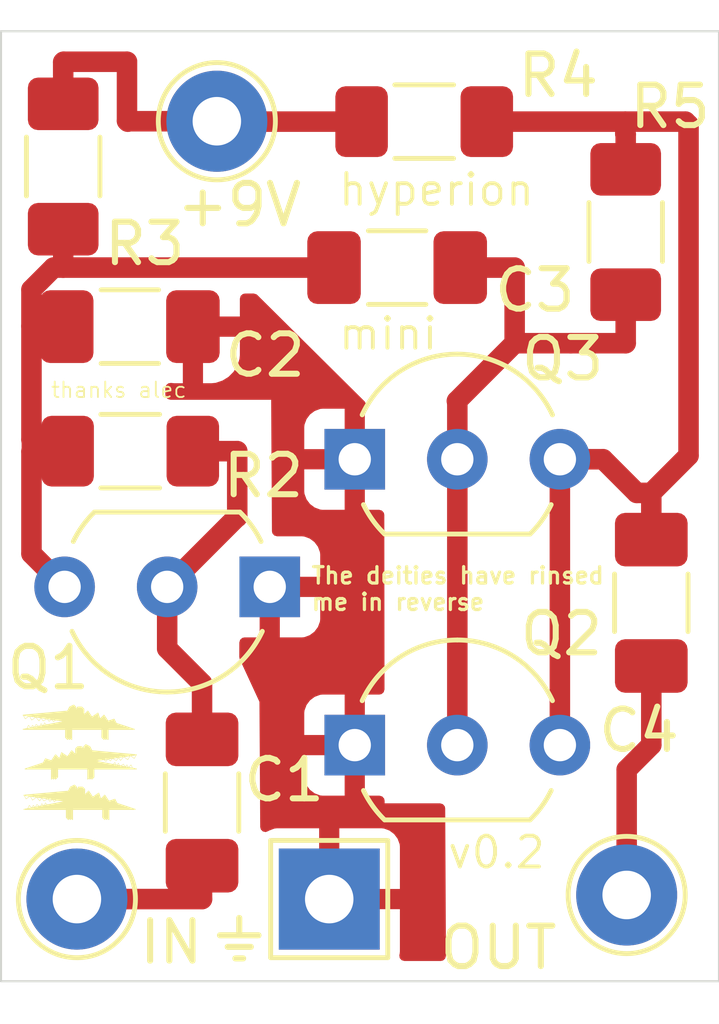
<source format=kicad_pcb>
(kicad_pcb (version 20240108) (generator "pcbnew") (generator_version "8.0")
  (layers (0 "F.Cu" signal) (31 "B.Cu" signal) (34 "B.Paste" user) (35 "F.Paste" user) (36 "B.SilkS" user "B.Silkscreen") (37 "F.SilkS" user "F.Silkscreen") (38 "B.Mask" user) (39 "F.Mask" user) (44 "Edge.Cuts" user))
  (net 0 "")
  (net 1 "Net-(C1-Pad1)")
  (net 2 "Net-(Q1-B)")
  (net 3 "Net-(Q1-C)")
  (net 4 "Net-(Q2-B)")
  (net 5 "Net-(Q2-C)")
  (net 6 "Net-(C4-Pad2)")
  (net 7 "Net-(R3-Pad2)")
  (net 8 "Earth")
  (footprint "Capacitor_SMD:C_1206_3216Metric_Pad1.33x1.80mm_HandSolder" (layer "F.Cu") (at 130.19 110.81)
    (property "Reference" "C2" (at 3.35 0.71 0) (layer "F.SilkS"))
    (property "Value" "100n")
    (fp_line (start -0.711252 -0.91) (end 0.711252 -0.91) (stroke (width 0.12)) (layer "F.SilkS"))
    (fp_line (start -0.711252 0.91) (end 0.711252 0.91) (stroke (width 0.12)) (layer "F.SilkS"))
    (pad "1" smd roundrect (at -1.5625 0) (size 1.325 1.8) (layers "F.Cu" "F.Paste" "F.Mask") (roundrect_rratio 0.188679) (net 3 "Net-(Q1-C)"))
    (pad "2" smd roundrect (at 1.5625 0) (size 1.325 1.8) (layers "F.Cu" "F.Paste" "F.Mask") (roundrect_rratio 0.188679) (net 8 "Earth"))
  )
  (footprint "Resistor_SMD:R_1206_3216Metric_Pad1.30x1.75mm_HandSolder" (layer "F.Cu") (at 142.47 108.47 -90)
    (property "Reference" "R5" (at -3.1 -1.1 180) (layer "F.SilkS"))
    (property "Value" "2.2M")
    (fp_line (start -0.727064 0.91) (end 0.727064 0.91) (stroke (width 0.12)) (layer "F.SilkS"))
    (fp_line (start -0.727064 -0.91) (end 0.727064 -0.91) (stroke (width 0.12)) (layer "F.SilkS"))
    (pad "1" smd roundrect (at -1.55 0 270) (size 1.3 1.75) (layers "F.Cu" "F.Paste" "F.Mask") (roundrect_rratio 0.192308) (net 5 "Net-(Q2-C)"))
    (pad "2" smd roundrect (at 1.55 0 270) (size 1.3 1.75) (layers "F.Cu" "F.Paste" "F.Mask") (roundrect_rratio 0.192308) (net 4 "Net-(Q2-B)"))
  )
  (footprint "Resistor_SMD:R_1206_3216Metric_Pad1.30x1.75mm_HandSolder" (layer "F.Cu") (at 130.2 113.89)
    (property "Reference" "R2" (at 3.3 0.61 360) (layer "F.SilkS"))
    (property "Value" "2.2M")
    (fp_line (start -0.727064 -0.91) (end 0.727064 -0.91) (stroke (width 0.12)) (layer "F.SilkS"))
    (fp_line (start -0.727064 0.91) (end 0.727064 0.91) (stroke (width 0.12)) (layer "F.SilkS"))
    (pad "1" smd roundrect (at -1.55 0) (size 1.3 1.75) (layers "F.Cu" "F.Paste" "F.Mask") (roundrect_rratio 0.192308) (net 3 "Net-(Q1-C)"))
    (pad "2" smd roundrect (at 1.55 0) (size 1.3 1.75) (layers "F.Cu" "F.Paste" "F.Mask") (roundrect_rratio 0.192308) (net 2 "Net-(Q1-B)"))
  )
  (footprint "Package_TO_SOT_THT:TO-92_Inline_Wide" (layer "F.Cu") (at 133.6548 117.2464 180)
    (property "Reference" "Q1" (at 5.4848 -2.0036 180) (layer "F.SilkS"))
    (property "Value" "NPN")
    (fp_line (start 0.74 1.85) (end 4.34 1.85) (stroke (width 0.12)) (layer "F.SilkS"))
    (fp_arc (start 4.864184 1.122795) (mid 4.633903 1.509328) (end 4.34 1.85) (stroke (width 0.12)) (layer "F.SilkS"))
    (fp_arc (start 2.54 -2.6) (mid 3.936979 -2.192818) (end 4.8964 -1.098807) (stroke (width 0.12)) (layer "F.SilkS"))
    (fp_arc (start 0.74 1.85) (mid 0.446097 1.509328) (end 0.215816 1.122795) (stroke (width 0.12)) (layer "F.SilkS"))
    (fp_arc (start 0.1836 -1.098807) (mid 1.143021 -2.192817) (end 2.54 -2.6) (stroke (width 0.12)) (layer "F.SilkS"))
    (pad "1" thru_hole rect (at 0 0 180) (size 1.5 1.5) (drill 0.8) (layers "*.Cu" "*.Mask") (net 8 "Earth"))
    (pad "2" thru_hole circle (at 2.54 0 180) (size 1.5 1.5) (drill 0.8) (layers "*.Cu" "*.Mask") (net 2 "Net-(Q1-B)"))
    (pad "3" thru_hole circle (at 5.08 0 180) (size 1.5 1.5) (drill 0.8) (layers "*.Cu" "*.Mask") (net 3 "Net-(Q1-C)"))
  )
  (footprint "TestPoint:TestPoint_THTPad_D2.5mm_Drill1.2mm" (layer "F.Cu") (at 132.345 105.73)
    (property "Reference" "TP2" (hide yes))
    (property "Value" "+9V")
    (fp_circle (center 0 0) (end 0 1.45) (stroke (width 0.12)) (fill none) (layer "F.SilkS"))
    (pad "1" thru_hole circle (at 0 0) (size 2.5 2.5) (drill 1.2) (layers "*.Cu" "*.Mask") (net 7 "Net-(R3-Pad2)"))
  )
  (footprint "TestPoint:TestPoint_THTPad_2.5x2.5mm_Drill1.2mm" (layer "F.Cu") (at 135.128 124.968)
    (property "Reference" "TP3" (hide yes))
    (property "Value" "⏚")
    (fp_line (start -1.45 -1.45) (end 1.45 -1.45) (stroke (width 0.12)) (layer "F.SilkS"))
    (fp_line (start -1.45 1.45) (end -1.45 -1.45) (stroke (width 0.12)) (layer "F.SilkS"))
    (fp_line (start 1.45 -1.45) (end 1.45 1.45) (stroke (width 0.12)) (layer "F.SilkS"))
    (fp_line (start 1.45 1.45) (end -1.45 1.45) (stroke (width 0.12)) (layer "F.SilkS"))
    (pad "1" thru_hole rect (at 0 0) (size 2.5 2.5) (drill 1.2) (layers "*.Cu" "*.Mask") (net 8 "Earth"))
  )
  (footprint "TestPoint:TestPoint_THTPad_D2.5mm_Drill1.2mm" (layer "F.Cu") (at 142.494 124.8664)
    (property "Reference" "TP4" (hide yes))
    (property "Value" "OUT")
    (fp_circle (center 0 0) (end 0 1.45) (stroke (width 0.12)) (fill none) (layer "F.SilkS"))
    (pad "1" thru_hole circle (at 0 0) (size 2.5 2.5) (drill 1.2) (layers "*.Cu" "*.Mask") (net 6 "Net-(C4-Pad2)"))
  )
  (footprint "Package_TO_SOT_THT:TO-92_Inline_Wide" (layer "F.Cu") (at 135.76 114.09)
    (property "Reference" "Q3" (at 5.15 -2.48 0) (layer "F.SilkS"))
    (property "Value" "PNP")
    (fp_line (start 0.74 1.85) (end 4.34 1.85) (stroke (width 0.12)) (layer "F.SilkS"))
    (fp_arc (start 0.1836 -1.098807) (mid 1.143021 -2.192817) (end 2.54 -2.6) (stroke (width 0.12)) (layer "F.SilkS"))
    (fp_arc (start 0.74 1.85) (mid 0.446097 1.509328) (end 0.215816 1.122795) (stroke (width 0.12)) (layer "F.SilkS"))
    (fp_arc (start 2.54 -2.6) (mid 3.936979 -2.192818) (end 4.8964 -1.098807) (stroke (width 0.12)) (layer "F.SilkS"))
    (fp_arc (start 4.864184 1.122795) (mid 4.633903 1.509328) (end 4.34 1.85) (stroke (width 0.12)) (layer "F.SilkS"))
    (pad "1" thru_hole rect (at 0 0) (size 1.5 1.5) (drill 0.8) (layers "*.Cu" "*.Mask") (net 8 "Earth"))
    (pad "2" thru_hole circle (at 2.54 0) (size 1.5 1.5) (drill 0.8) (layers "*.Cu" "*.Mask") (net 4 "Net-(Q2-B)"))
    (pad "3" thru_hole circle (at 5.08 0) (size 1.5 1.5) (drill 0.8) (layers "*.Cu" "*.Mask") (net 5 "Net-(Q2-C)"))
  )
  (footprint "Package_TO_SOT_THT:TO-92_Inline_Wide" (layer "F.Cu") (at 135.76 121.16)
    (property "Reference" "Q2" (at 5.12 -2.75 0) (layer "F.SilkS"))
    (property "Value" "NPN")
    (fp_line (start 0.74 1.85) (end 4.34 1.85) (stroke (width 0.12)) (layer "F.SilkS"))
    (fp_arc (start 0.1836 -1.098807) (mid 1.143021 -2.192817) (end 2.54 -2.6) (stroke (width 0.12)) (layer "F.SilkS"))
    (fp_arc (start 0.74 1.85) (mid 0.446097 1.509328) (end 0.215816 1.122795) (stroke (width 0.12)) (layer "F.SilkS"))
    (fp_arc (start 2.54 -2.6) (mid 3.936979 -2.192818) (end 4.8964 -1.098807) (stroke (width 0.12)) (layer "F.SilkS"))
    (fp_arc (start 4.864184 1.122795) (mid 4.633903 1.509328) (end 4.34 1.85) (stroke (width 0.12)) (layer "F.SilkS"))
    (pad "1" thru_hole rect (at 0 0) (size 1.5 1.5) (drill 0.8) (layers "*.Cu" "*.Mask") (net 8 "Earth"))
    (pad "2" thru_hole circle (at 2.54 0) (size 1.5 1.5) (drill 0.8) (layers "*.Cu" "*.Mask") (net 4 "Net-(Q2-B)"))
    (pad "3" thru_hole circle (at 5.08 0) (size 1.5 1.5) (drill 0.8) (layers "*.Cu" "*.Mask") (net 5 "Net-(Q2-C)"))
  )
  (footprint "Capacitor_SMD:C_1206_3216Metric_Pad1.33x1.80mm_HandSolder" (layer "F.Cu") (at 136.81 109.35)
    (property "Reference" "C3" (at 3.41 0.56 180) (layer "F.SilkS"))
    (property "Value" "100n")
    (fp_line (start -0.711252 -0.91) (end 0.711252 -0.91) (stroke (width 0.12)) (layer "F.SilkS"))
    (fp_line (start -0.711252 0.91) (end 0.711252 0.91) (stroke (width 0.12)) (layer "F.SilkS"))
    (pad "1" smd roundrect (at -1.5625 0) (size 1.325 1.8) (layers "F.Cu" "F.Paste" "F.Mask") (roundrect_rratio 0.188679) (net 3 "Net-(Q1-C)"))
    (pad "2" smd roundrect (at 1.5625 0) (size 1.325 1.8) (layers "F.Cu" "F.Paste" "F.Mask") (roundrect_rratio 0.188679) (net 4 "Net-(Q2-B)"))
  )
  (footprint "TestPoint:TestPoint_THTPad_D2.5mm_Drill1.2mm" (layer "F.Cu") (at 128.8796 124.968)
    (property "Reference" "TP1" (hide yes))
    (property "Value" "IN")
    (fp_circle (center 0 0) (end 0 1.45) (stroke (width 0.12)) (fill none) (layer "F.SilkS"))
    (pad "1" thru_hole circle (at 0 0) (size 2.5 2.5) (drill 1.2) (layers "*.Cu" "*.Mask") (net 1 "Net-(C1-Pad1)"))
  )
  (footprint "Capacitor_SMD:C_1206_3216Metric_Pad1.33x1.80mm_HandSolder" (layer "F.Cu") (at 131.9784 122.5804 90)
    (property "Reference" "C1" (at 0.5588 2.032 180) (layer "F.SilkS"))
    (property "Value" "100n")
    (fp_line (start -0.711252 -0.91) (end 0.711252 -0.91) (stroke (width 0.12)) (layer "F.SilkS"))
    (fp_line (start -0.711252 0.91) (end 0.711252 0.91) (stroke (width 0.12)) (layer "F.SilkS"))
    (pad "1" smd roundrect (at -1.5625 0 90) (size 1.325 1.8) (layers "F.Cu" "F.Paste" "F.Mask") (roundrect_rratio 0.188679) (net 1 "Net-(C1-Pad1)"))
    (pad "2" smd roundrect (at 1.5625 0 90) (size 1.325 1.8) (layers "F.Cu" "F.Paste" "F.Mask") (roundrect_rratio 0.188679) (net 2 "Net-(Q1-B)"))
  )
  (footprint "Resistor_SMD:R_1206_3216Metric_Pad1.30x1.75mm_HandSolder" (layer "F.Cu") (at 128.54 106.85 90)
    (property "Reference" "R3" (at -1.91 2.02 180) (layer "F.SilkS"))
    (property "Value" "10k")
    (fp_line (start -0.727064 -0.91) (end 0.727064 -0.91) (stroke (width 0.12)) (layer "F.SilkS"))
    (fp_line (start -0.727064 0.91) (end 0.727064 0.91) (stroke (width 0.12)) (layer "F.SilkS"))
    (pad "1" smd roundrect (at -1.55 0 90) (size 1.3 1.75) (layers "F.Cu" "F.Paste" "F.Mask") (roundrect_rratio 0.192308) (net 3 "Net-(Q1-C)"))
    (pad "2" smd roundrect (at 1.55 0 90) (size 1.3 1.75) (layers "F.Cu" "F.Paste" "F.Mask") (roundrect_rratio 0.192308) (net 7 "Net-(R3-Pad2)"))
  )
  (footprint "Resistor_SMD:R_1206_3216Metric_Pad1.30x1.75mm_HandSolder" (layer "F.Cu") (at 137.48 105.74 180)
    (property "Reference" "R4" (at -3.32 1.14 0) (layer "F.SilkS"))
    (property "Value" "10k")
    (fp_line (start -0.727064 0.91) (end 0.727064 0.91) (stroke (width 0.12)) (layer "F.SilkS"))
    (fp_line (start -0.727064 -0.91) (end 0.727064 -0.91) (stroke (width 0.12)) (layer "F.SilkS"))
    (pad "1" smd roundrect (at -1.55 0 180) (size 1.3 1.75) (layers "F.Cu" "F.Paste" "F.Mask") (roundrect_rratio 0.192308) (net 5 "Net-(Q2-C)"))
    (pad "2" smd roundrect (at 1.55 0 180) (size 1.3 1.75) (layers "F.Cu" "F.Paste" "F.Mask") (roundrect_rratio 0.192308) (net 7 "Net-(R3-Pad2)"))
  )
  (footprint "Capacitor_SMD:C_1206_3216Metric_Pad1.33x1.80mm_HandSolder" (layer "F.Cu") (at 143.1036 117.6405 -90)
    (property "Reference" "C4" (at 3.1595 0.3036 360) (layer "F.SilkS"))
    (property "Value" "100n")
    (fp_line (start -0.711252 0.91) (end 0.711252 0.91) (stroke (width 0.12)) (layer "F.SilkS"))
    (fp_line (start -0.711252 -0.91) (end 0.711252 -0.91) (stroke (width 0.12)) (layer "F.SilkS"))
    (pad "1" smd roundrect (at -1.5625 0 270) (size 1.325 1.8) (layers "F.Cu" "F.Paste" "F.Mask") (roundrect_rratio 0.188679) (net 5 "Net-(Q2-C)"))
    (pad "2" smd roundrect (at 1.5625 0 270) (size 1.325 1.8) (layers "F.Cu" "F.Paste" "F.Mask") (roundrect_rratio 0.188679) (net 6 "Net-(C4-Pad2)"))
  )
  (gr_line (start 127.6 120.51) (end 127.7 120.44) (stroke (width 0.0127)) (layer "F.SilkS"))
  (gr_line (start 130.04 121.45) (end 129.96 121.54) (stroke (width 0.0127)) (layer "F.SilkS"))
  (gr_line (start 127.99 120.49) (end 128.04 120.56) (stroke (width 0.0127)) (layer "F.SilkS"))
  (gr_line (start 127.76 122.72) (end 127.8 122.65) (stroke (width 0.0127)) (layer "F.SilkS"))
  (gr_line (start 130.03 121.63) (end 129.97 121.67) (stroke (width 0.0127)) (layer "F.SilkS"))
  (gr_line (start 130.14 121.52) (end 130.04 121.45) (stroke (width 0.0127)) (layer "F.SilkS"))
  (gr_line (start 128.25 120.52) (end 128.3 120.58) (stroke (width 0.0127)) (layer "F.SilkS"))
  (gr_line (start 127.86 120.47) (end 127.94 120.56) (stroke (width 0.0127)) (layer "F.SilkS"))
  (gr_line (start 127.62 122.49) (end 127.72 122.42) (stroke (width 0.0127)) (layer "F.SilkS"))
  (gr_line (start 127.64 120.75) (end 127.68 120.67) (stroke (width 0.0127)) (layer "F.SilkS"))
  (gr_line (start 127.72 122.42) (end 127.78 122.52) (stroke (width 0.0127)) (layer "F.SilkS"))
  (gr_line (start 129.82 121.59) (end 129.77 121.64) (stroke (width 0.0127)) (layer "F.SilkS"))
  (gr_line (start 129.6 121.56) (end 129.53 121.51) (stroke (width 0.0127)) (layer "F.SilkS"))
  (gr_line (start 127.82 120.72) (end 127.87 120.65) (stroke (width 0.0127)) (layer "F.SilkS"))
  (gr_line (start 127.57 122.4) (end 127.62 122.49) (stroke (width 0.0127)) (layer "F.SilkS"))
  (gr_line (start 129.65 121.5) (end 129.6 121.56) (stroke (width 0.0127)) (layer "F.SilkS"))
  (gr_line (start 128.045 120.56) (end 128.14 120.51) (stroke (width 0.0127)) (layer "F.SilkS"))
  (gr_line (start 130.16 121.72) (end 130.12 121.65) (stroke (width 0.0127)) (layer "F.SilkS"))
  (gr_line (start 127.89 122.63) (end 127.95 122.67) (stroke (width 0.0127)) (layer "F.SilkS"))
  (gr_poly (pts (xy 127.55 120.77) (xy 128.6 120.57) (xy 127.55 120.42) (xy 128.65 120.32) (xy 128.7 120.22) (xy 128.8 120.17) (xy 128.85 120.22) (xy 128.85 120.32) (xy 128.9 120.22) (xy 129 120.22) (xy 129.05 120.27) (xy 129.05 120.42) (xy 129.15 120.32) (xy 129.25 120.47) (xy 129.4 120.37) (xy 129.45 120.52) (xy 129.55 120.42) (xy 129.65 120.57) (xy 129.8 120.52) (xy 129.85 120.62) (xy 130.3 120.77) (xy 129.65 120.77) (xy 129.65 121.02) (xy 129.6 120.97) (xy 129.6 121.02) (xy 129.55 120.97) (xy 129.55 121.02) (xy 129.5 120.97) (xy 129.5 121.02) (xy 129.5 120.77) (xy 128.75 120.77) (xy 128.75 121.02) (xy 128.7 120.97) (xy 128.7 121.02) (xy 128.65 120.97) (xy 128.65 121.02) (xy 128.6 120.97) (xy 128.6 121.02) (xy 128.6 120.77)) (stroke (width 0.0254)) (fill solid) (layer "F.SilkS"))
  (gr_line (start 128.27 122.5) (end 128.32 122.56) (stroke (width 0.0127)) (layer "F.SilkS"))
  (gr_line (start 127.78 122.52) (end 127.88 122.45) (stroke (width 0.0127)) (layer "F.SilkS"))
  (gr_line (start 127.55 120.42) (end 127.6 120.51) (stroke (width 0.0127)) (layer "F.SilkS"))
  (gr_line (start 127.78 120.67) (end 127.82 120.71) (stroke (width 0.0127)) (layer "F.SilkS"))
  (gr_line (start 127.7 120.44) (end 127.76 120.54) (stroke (width 0.0127)) (layer "F.SilkS"))
  (gr_poly (pts (xy 127.57 122.75) (xy 128.62 122.55) (xy 127.57 122.4) (xy 128.67 122.3) (xy 128.72 122.2) (xy 128.82 122.15) (xy 128.87 122.2) (xy 128.87 122.3) (xy 128.92 122.2) (xy 129.02 122.2) (xy 129.07 122.25) (xy 129.07 122.4) (xy 129.17 122.3) (xy 129.27 122.45) (xy 129.42 122.35) (xy 129.47 122.5) (xy 129.57 122.4) (xy 129.67 122.55) (xy 129.82 122.5) (xy 129.87 122.6) (xy 130.32 122.75) (xy 129.67 122.75) (xy 129.67 123) (xy 129.62 122.95) (xy 129.62 123) (xy 129.57 122.95) (xy 129.57 123) (xy 129.52 122.95) (xy 129.52 123) (xy 129.52 122.75) (xy 128.77 122.75) (xy 128.77 123) (xy 128.72 122.95) (xy 128.72 123) (xy 128.67 122.95) (xy 128.67 123) (xy 128.62 122.95) (xy 128.62 123) (xy 128.62 122.75)) (stroke (width 0.0254)) (fill solid) (layer "F.SilkS"))
  (gr_poly (pts (xy 130.35 121.75) (xy 129.3 121.55) (xy 130.35 121.4) (xy 129.25 121.3) (xy 129.2 121.2) (xy 129.1 121.15) (xy 129.05 121.2) (xy 129.05 121.3) (xy 129 121.2) (xy 128.9 121.2) (xy 128.85 121.25) (xy 128.85 121.4) (xy 128.75 121.3) (xy 128.65 121.45) (xy 128.5 121.35) (xy 128.45 121.5) (xy 128.35 121.4) (xy 128.25 121.55) (xy 128.1 121.5) (xy 128.05 121.6) (xy 127.6 121.75) (xy 128.25 121.75) (xy 128.25 122) (xy 128.3 121.95) (xy 128.3 122) (xy 128.35 121.95) (xy 128.35 122) (xy 128.4 121.95) (xy 128.4 122) (xy 128.4 121.75) (xy 129.15 121.75) (xy 129.15 122) (xy 129.2 121.95) (xy 129.2 122) (xy 129.25 121.95) (xy 129.25 122) (xy 129.3 121.95) (xy 129.3 122) (xy 129.3 121.75)) (stroke (width 0.0254)) (fill solid) (layer "F.SilkS"))
  (gr_line (start 128.32 122.56) (end 128.39 122.51) (stroke (width 0.0127)) (layer "F.SilkS"))
  (gr_line (start 128.14 120.51) (end 128.19 120.57) (stroke (width 0.0127)) (layer "F.SilkS"))
  (gr_line (start 129.95 121.69) (end 129.91 121.61) (stroke (width 0.0127)) (layer "F.SilkS"))
  (gr_line (start 128.19 120.57) (end 128.26 120.52) (stroke (width 0.0127)) (layer "F.SilkS"))
  (gr_line (start 128.065 122.54) (end 128.16 122.49) (stroke (width 0.0127)) (layer "F.SilkS"))
  (gr_line (start 130.3 121.49) (end 130.2 121.42) (stroke (width 0.0127)) (layer "F.SilkS"))
  (gr_line (start 127.68 120.67) (end 127.75 120.74) (stroke (width 0.0127)) (layer "F.SilkS"))
  (gr_line (start 127.84 122.7) (end 127.89 122.63) (stroke (width 0.0127)) (layer "F.SilkS"))
  (gr_line (start 127.7 122.65) (end 127.77 122.72) (stroke (width 0.0127)) (layer "F.SilkS"))
  (gr_line (start 129.855 121.54) (end 129.76 121.49) (stroke (width 0.0127)) (layer "F.SilkS"))
  (gr_line (start 129.76 121.49) (end 129.71 121.55) (stroke (width 0.0127)) (layer "F.SilkS"))
  (gr_line (start 128.21 122.55) (end 128.28 122.5) (stroke (width 0.0127)) (layer "F.SilkS"))
  (gr_line (start 127.88 122.45) (end 127.96 122.54) (stroke (width 0.0127)) (layer "F.SilkS"))
  (gr_line (start 130.26 121.73) (end 130.22 121.65) (stroke (width 0.0127)) (layer "F.SilkS"))
  (gr_line (start 128.06 122.67) (end 128.1 122.59) (stroke (width 0.0127)) (layer "F.SilkS"))
  (gr_line (start 130.2 121.42) (end 130.14 121.52) (stroke (width 0.0127)) (layer "F.SilkS"))
  (gr_line (start 127.8 122.65) (end 127.84 122.69) (stroke (width 0.0127)) (layer "F.SilkS"))
  (gr_line (start 130.22 121.65) (end 130.15 121.72) (stroke (width 0.0127)) (layer "F.SilkS"))
  (gr_line (start 127.66 122.73) (end 127.7 122.65) (stroke (width 0.0127)) (layer "F.SilkS"))
  (gr_line (start 128.01 122.61) (end 128.08 122.68) (stroke (width 0.0127)) (layer "F.SilkS"))
  (gr_line (start 128.08 120.61) (end 128.13 120.66) (stroke (width 0.0127)) (layer "F.SilkS"))
  (gr_line (start 129.91 121.61) (end 129.84 121.68) (stroke (width 0.0127)) (layer "F.SilkS"))
  (gr_line (start 128.1 122.59) (end 128.15 122.64) (stroke (width 0.0127)) (layer "F.SilkS"))
  (gr_line (start 129.96 121.54) (end 129.91 121.47) (stroke (width 0.0127)) (layer "F.SilkS"))
  (gr_line (start 129.91 121.47) (end 129.86 121.54) (stroke (width 0.0127)) (layer "F.SilkS"))
  (gr_line (start 127.97 122.69) (end 128.01 122.61) (stroke (width 0.0127)) (layer "F.SilkS"))
  (gr_line (start 127.95 120.71) (end 127.99 120.63) (stroke (width 0.0127)) (layer "F.SilkS"))
  (gr_line (start 129.71 121.55) (end 129.64 121.5) (stroke (width 0.0127)) (layer "F.SilkS"))
  (gr_line (start 127.94 120.56) (end 127.99 120.49) (stroke (width 0.0127)) (layer "F.SilkS"))
  (gr_line (start 130.12 121.65) (end 130.08 121.69) (stroke (width 0.0127)) (layer "F.SilkS"))
  (gr_line (start 129.86 121.67) (end 129.82 121.59) (stroke (width 0.0127)) (layer "F.SilkS"))
  (gr_line (start 128.04 120.69) (end 128.08 120.61) (stroke (width 0.0127)) (layer "F.SilkS"))
  (gr_line (start 127.76 120.54) (end 127.86 120.47) (stroke (width 0.0127)) (layer "F.SilkS"))
  (gr_line (start 127.99 120.63) (end 128.06 120.7) (stroke (width 0.0127)) (layer "F.SilkS"))
  (gr_line (start 128.3 120.58) (end 128.37 120.53) (stroke (width 0.0127)) (layer "F.SilkS"))
  (gr_line (start 127.74 120.74) (end 127.78 120.67) (stroke (width 0.0127)) (layer "F.SilkS"))
  (gr_line (start 127.87 120.65) (end 127.93 120.69) (stroke (width 0.0127)) (layer "F.SilkS"))
  (gr_line (start 130.35 121.4) (end 130.3 121.49) (stroke (width 0.0127)) (layer "F.SilkS"))
  (gr_line (start 130.08 121.7) (end 130.03 121.63) (stroke (width 0.0127)) (layer "F.SilkS"))
  (gr_line (start 128.01 122.47) (end 128.06 122.54) (stroke (width 0.0127)) (layer "F.SilkS"))
  (gr_line (start 128.16 122.49) (end 128.21 122.55) (stroke (width 0.0127)) (layer "F.SilkS"))
  (gr_line (start 127.96 122.54) (end 128.01 122.47) (stroke (width 0.0127)) (layer "F.SilkS"))
  (gr_line (start 127 127) (end 144.78 127) (stroke (width 0.05)) (layer "Edge.Cuts"))
  (gr_line (start 144.78 127) (end 144.78 103.505) (stroke (width 0.05)) (layer "Edge.Cuts"))
  (gr_line (start 127 103.505) (end 127 127) (stroke (width 0.05)) (layer "Edge.Cuts"))
  (gr_line (start 144.78 103.505) (end 127 103.505) (stroke (width 0.05)) (layer "Edge.Cuts"))
  (gr_text "IN" (at 131.2164 126.0348 0) (layer "F.SilkS") (effects (font (size 1 1))))
  (gr_text "OUT" (at 139.32 126.17 0) (layer "F.SilkS") (effects (font (size 1 1))))
  (gr_text "The deities have rinsed \nme in reverse" (at 134.65 117.86 0) (layer "F.SilkS") (effects (font (size 0.4064 0.4064) (thickness 0.08001)) (justify left bottom)))
  (gr_text "+9V" (at 132.9 107.8 0) (layer "F.SilkS") (effects (font (size 1 1))))
  (gr_text "v0.2" (at 138.01 124.26 0) (layer "F.SilkS") (effects (font (size 0.762 0.762) (thickness 0.09525)) (justify left bottom)))
  (gr_text "mini" (at 135.31 111.43 0) (layer "F.SilkS") (effects (font (size 0.762 0.762) (thickness 0.09525)) (justify left bottom)))
  (gr_text "⏚" (at 132.9 125.98 0) (layer "F.SilkS") (effects (font (size 1 1))))
  (gr_text "hyperion" (at 135.31 107.87 0) (layer "F.SilkS") (effects (font (size 0.762 0.762) (thickness 0.09525)) (justify left bottom)))
  (gr_text "thanks alec" (at 128.21 112.6 0) (layer "F.SilkS") (effects (font (size 0.381 0.381) (thickness 0.04445)) (justify left bottom)))
  (segment (start 128.8796 124.968) (end 131.9784 124.968) (width 0.508) (layer "F.Cu") (net 1))
  (segment (start 128.524 125.5268) (end 128.524 125.476) (width 0.4572) (layer "F.Cu") (net 1))
  (segment (start 131.9784 124.968) (end 131.9784 124.1429) (width 0.508) (layer "F.Cu") (net 1))
  (segment (start 132.85 115.52) (end 132.85 113.89) (width 0.508) (layer "F.Cu") (net 2))
  (segment (start 132.85 113.89) (end 131.75 113.89) (width 0.508) (layer "F.Cu") (net 2))
  (segment (start 131.9784 121.0179) (end 131.9784 119.634) (width 0.508) (layer "F.Cu") (net 2))
  (segment (start 131.1148 117.2464) (end 132.8412 115.52) (width 0.508) (layer "F.Cu") (net 2))
  (segment (start 131.9784 119.634) (end 131.1148 118.7704) (width 0.508) (layer "F.Cu") (net 2))
  (segment (start 131.1148 118.7704) (end 131.1148 117.2464) (width 0.508) (layer "F.Cu") (net 2))
  (segment (start 132.8412 115.52) (end 132.85 115.52) (width 0.508) (layer "F.Cu") (net 2))
  (segment (start 127.754 110.8) (end 127.764 110.81) (width 0.508) (layer "F.Cu") (net 3))
  (segment (start 127.754 116.4256) (end 127.754 113.9) (width 0.508) (layer "F.Cu") (net 3))
  (segment (start 127.754 110.8) (end 127.754 109.896) (width 0.508) (layer "F.Cu") (net 3))
  (segment (start 127.764 113.89) (end 127.764 113.616) (width 0.508) (layer "F.Cu") (net 3))
  (segment (start 128.54 109.35) (end 135.2475 109.35) (width 0.508) (layer "F.Cu") (net 3))
  (segment (start 127.764 110.81) (end 128.6275 110.81) (width 0.508) (layer "F.Cu") (net 3))
  (segment (start 127.754 113.9) (end 127.764 113.89) (width 0.508) (layer "F.Cu") (net 3))
  (segment (start 128.3 109.35) (end 128.54 109.35) (width 0.508) (layer "F.Cu") (net 3))
  (segment (start 128.54 109.35) (end 128.54 108.4) (width 0.508) (layer "F.Cu") (net 3))
  (segment (start 127.754 113.606) (end 127.754 110.8) (width 0.508) (layer "F.Cu") (net 3))
  (segment (start 127.764 113.89) (end 128.65 113.89) (width 0.508) (layer "F.Cu") (net 3))
  (segment (start 127.764 113.616) (end 127.754 113.606) (width 0.508) (layer "F.Cu") (net 3))
  (segment (start 127.754 109.896) (end 128.3 109.35) (width 0.508) (layer "F.Cu") (net 3))
  (segment (start 128.5748 117.2464) (end 127.754 116.4256) (width 0.508) (layer "F.Cu") (net 3))
  (segment (start 138.3725 109.35) (end 139.72 109.35) (width 0.508) (layer "F.Cu") (net 4))
  (segment (start 142.47 110.02) (end 142.47 111.22) (width 0.508) (layer "F.Cu") (net 4))
  (segment (start 139.72 111.22) (end 138.29 112.65) (width 0.508) (layer "F.Cu") (net 4))
  (segment (start 141.11 111.22) (end 139.72 111.22) (width 0.508) (layer "F.Cu") (net 4))
  (segment (start 139.72 109.35) (end 139.72 111.22) (width 0.508) (layer "F.Cu") (net 4))
  (segment (start 142.47 111.22) (end 141.11 111.22) (width 0.508) (layer "F.Cu") (net 4))
  (segment (start 138.3 121.16) (end 138.3 114.09) (width 0.508) (layer "F.Cu") (net 4))
  (segment (start 138.29 112.65) (end 138.3 112.66) (width 0.508) (layer "F.Cu") (net 4))
  (segment (start 138.3 112.66) (end 138.3 114.09) (width 0.508) (layer "F.Cu") (net 4))
  (segment (start 142.46 105.74) (end 142.46 106.04) (width 0.508) (layer "F.Cu") (net 5))
  (segment (start 144.026 105.816) (end 144.026 114) (width 0.508) (layer "F.Cu") (net 5))
  (segment (start 142.7424 114.9224) (end 141.91 114.09) (width 0.508) (layer "F.Cu") (net 5))
  (segment (start 139.03 105.74) (end 142.46 105.74) (width 0.508) (layer "F.Cu") (net 5))
  (segment (start 143.95 105.74) (end 144.026 105.816) (width 0.508) (layer "F.Cu") (net 5))
  (segment (start 140.84 121.16) (end 140.84 114.09) (width 0.508) (layer "F.Cu") (net 5))
  (segment (start 142.46 106.04) (end 142.47 106.05) (width 0.508) (layer "F.Cu") (net 5))
  (segment (start 142.47 106.05) (end 142.47 106.92) (width 0.508) (layer "F.Cu") (net 5))
  (segment (start 141.91 114.09) (end 140.84 114.09) (width 0.508) (layer "F.Cu") (net 5))
  (segment (start 142.46 105.74) (end 143.95 105.74) (width 0.508) (layer "F.Cu") (net 5))
  (segment (start 143.1036 114.9224) (end 143.1036 116.078) (width 0.508) (layer "F.Cu") (net 5))
  (segment (start 144.026 114) (end 143.1036 114.9224) (width 0.508) (layer "F.Cu") (net 5))
  (segment (start 143.1036 114.9224) (end 142.7424 114.9224) (width 0.508) (layer "F.Cu") (net 5))
  (segment (start 143.1036 121.158) (end 143.1036 119.203) (width 0.508) (layer "F.Cu") (net 6))
  (segment (start 142.494 121.7676) (end 143.1036 121.158) (width 0.508) (layer "F.Cu") (net 6))
  (segment (start 142.494 124.8664) (end 142.494 121.7676) (width 0.508) (layer "F.Cu") (net 6))
  (segment (start 128.55 104.259) (end 130.12 104.259) (width 0.508) (layer "F.Cu") (net 7))
  (segment (start 130.12 104.259) (end 130.12 105.72) (width 0.508) (layer "F.Cu") (net 7))
  (segment (start 130.12 105.72) (end 130.14 105.74) (width 0.508) (layer "F.Cu") (net 7))
  (segment (start 130.14 105.74) (end 130.15 105.73) (width 0.508) (layer "F.Cu") (net 7))
  (segment (start 135.93 105.74) (end 132.24 105.74) (width 0.508) (layer "F.Cu") (net 7))
  (segment (start 128.54 105.3) (end 128.54 104.269) (width 0.508) (layer "F.Cu") (net 7))
  (segment (start 130.15 105.73) (end 132.23 105.73) (width 0.508) (layer "F.Cu") (net 7))
  (segment (start 128.54 104.269) (end 128.55 104.259) (width 0.508) (layer "F.Cu") (net 7))
  (segment (start 132.24 105.74) (end 132.23 105.73) (width 0.508) (layer "F.Cu") (net 7))
  (zone (net 8) (net_name "Earth") (layer "F.Cu") (connect_pads (clearance 0.381)) (min_thickness 0.254) (fill yes (thermal_gap 0.5) (thermal_bridge_width 0.5) (smoothing chamfer))
    (polygon (pts (xy 133.43 126.7) (xy 138.02 126.69) (xy 138 122.6) (xy 136.5 122.6) (xy 136.49 113.14) (xy 133.31 109.99) (xy 131.06 110) (xy 131.07 112.62) (xy 133.69 112.62) (xy 133.71 116) (xy 132.91 116.4) (xy 132.9 119.01) (xy 133.4 120.09) (xy 133.44 126.7)))
  )
)
</source>
